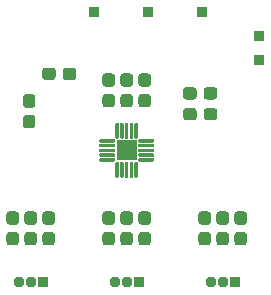
<source format=gbr>
%TF.GenerationSoftware,KiCad,Pcbnew,5.1.6+dfsg1-1~bpo10+1*%
%TF.CreationDate,2020-10-18T13:18:18-04:00*%
%TF.ProjectId,QAZ_rgb_led_breakoutboard,51415a5f-7267-4625-9f6c-65645f627265,v1.0*%
%TF.SameCoordinates,Original*%
%TF.FileFunction,Soldermask,Top*%
%TF.FilePolarity,Negative*%
%FSLAX46Y46*%
G04 Gerber Fmt 4.6, Leading zero omitted, Abs format (unit mm)*
G04 Created by KiCad (PCBNEW 5.1.6+dfsg1-1~bpo10+1) date 2020-10-18 13:18:18*
%MOMM*%
%LPD*%
G01*
G04 APERTURE LIST*
%ADD10O,0.951600X0.951600*%
%ADD11R,0.951600X0.951600*%
%ADD12R,1.751600X1.751600*%
G04 APERTURE END LIST*
%TO.C,SB13*%
G36*
G01*
X146549100Y-90723200D02*
X147074900Y-90723200D01*
G75*
G02*
X147337800Y-90986100I0J-262900D01*
G01*
X147337800Y-91611900D01*
G75*
G02*
X147074900Y-91874800I-262900J0D01*
G01*
X146549100Y-91874800D01*
G75*
G02*
X146286200Y-91611900I0J262900D01*
G01*
X146286200Y-90986100D01*
G75*
G02*
X146549100Y-90723200I262900J0D01*
G01*
G37*
G36*
G01*
X146549100Y-88973200D02*
X147074900Y-88973200D01*
G75*
G02*
X147337800Y-89236100I0J-262900D01*
G01*
X147337800Y-89861900D01*
G75*
G02*
X147074900Y-90124800I-262900J0D01*
G01*
X146549100Y-90124800D01*
G75*
G02*
X146286200Y-89861900I0J262900D01*
G01*
X146286200Y-89236100D01*
G75*
G02*
X146549100Y-88973200I262900J0D01*
G01*
G37*
%TD*%
%TO.C,SB12*%
G36*
G01*
X145025100Y-90723200D02*
X145550900Y-90723200D01*
G75*
G02*
X145813800Y-90986100I0J-262900D01*
G01*
X145813800Y-91611900D01*
G75*
G02*
X145550900Y-91874800I-262900J0D01*
G01*
X145025100Y-91874800D01*
G75*
G02*
X144762200Y-91611900I0J262900D01*
G01*
X144762200Y-90986100D01*
G75*
G02*
X145025100Y-90723200I262900J0D01*
G01*
G37*
G36*
G01*
X145025100Y-88973200D02*
X145550900Y-88973200D01*
G75*
G02*
X145813800Y-89236100I0J-262900D01*
G01*
X145813800Y-89861900D01*
G75*
G02*
X145550900Y-90124800I-262900J0D01*
G01*
X145025100Y-90124800D01*
G75*
G02*
X144762200Y-89861900I0J262900D01*
G01*
X144762200Y-89236100D01*
G75*
G02*
X145025100Y-88973200I262900J0D01*
G01*
G37*
%TD*%
%TO.C,SB11*%
G36*
G01*
X143501100Y-90723200D02*
X144026900Y-90723200D01*
G75*
G02*
X144289800Y-90986100I0J-262900D01*
G01*
X144289800Y-91611900D01*
G75*
G02*
X144026900Y-91874800I-262900J0D01*
G01*
X143501100Y-91874800D01*
G75*
G02*
X143238200Y-91611900I0J262900D01*
G01*
X143238200Y-90986100D01*
G75*
G02*
X143501100Y-90723200I262900J0D01*
G01*
G37*
G36*
G01*
X143501100Y-88973200D02*
X144026900Y-88973200D01*
G75*
G02*
X144289800Y-89236100I0J-262900D01*
G01*
X144289800Y-89861900D01*
G75*
G02*
X144026900Y-90124800I-262900J0D01*
G01*
X143501100Y-90124800D01*
G75*
G02*
X143238200Y-89861900I0J262900D01*
G01*
X143238200Y-89236100D01*
G75*
G02*
X143501100Y-88973200I262900J0D01*
G01*
G37*
%TD*%
%TO.C,SB10*%
G36*
G01*
X138421100Y-90723200D02*
X138946900Y-90723200D01*
G75*
G02*
X139209800Y-90986100I0J-262900D01*
G01*
X139209800Y-91611900D01*
G75*
G02*
X138946900Y-91874800I-262900J0D01*
G01*
X138421100Y-91874800D01*
G75*
G02*
X138158200Y-91611900I0J262900D01*
G01*
X138158200Y-90986100D01*
G75*
G02*
X138421100Y-90723200I262900J0D01*
G01*
G37*
G36*
G01*
X138421100Y-88973200D02*
X138946900Y-88973200D01*
G75*
G02*
X139209800Y-89236100I0J-262900D01*
G01*
X139209800Y-89861900D01*
G75*
G02*
X138946900Y-90124800I-262900J0D01*
G01*
X138421100Y-90124800D01*
G75*
G02*
X138158200Y-89861900I0J262900D01*
G01*
X138158200Y-89236100D01*
G75*
G02*
X138421100Y-88973200I262900J0D01*
G01*
G37*
%TD*%
%TO.C,SB9*%
G36*
G01*
X136897100Y-88973200D02*
X137422900Y-88973200D01*
G75*
G02*
X137685800Y-89236100I0J-262900D01*
G01*
X137685800Y-89861900D01*
G75*
G02*
X137422900Y-90124800I-262900J0D01*
G01*
X136897100Y-90124800D01*
G75*
G02*
X136634200Y-89861900I0J262900D01*
G01*
X136634200Y-89236100D01*
G75*
G02*
X136897100Y-88973200I262900J0D01*
G01*
G37*
G36*
G01*
X136897100Y-90723200D02*
X137422900Y-90723200D01*
G75*
G02*
X137685800Y-90986100I0J-262900D01*
G01*
X137685800Y-91611900D01*
G75*
G02*
X137422900Y-91874800I-262900J0D01*
G01*
X136897100Y-91874800D01*
G75*
G02*
X136634200Y-91611900I0J262900D01*
G01*
X136634200Y-90986100D01*
G75*
G02*
X136897100Y-90723200I262900J0D01*
G01*
G37*
%TD*%
%TO.C,SB8*%
G36*
G01*
X135373100Y-90723200D02*
X135898900Y-90723200D01*
G75*
G02*
X136161800Y-90986100I0J-262900D01*
G01*
X136161800Y-91611900D01*
G75*
G02*
X135898900Y-91874800I-262900J0D01*
G01*
X135373100Y-91874800D01*
G75*
G02*
X135110200Y-91611900I0J262900D01*
G01*
X135110200Y-90986100D01*
G75*
G02*
X135373100Y-90723200I262900J0D01*
G01*
G37*
G36*
G01*
X135373100Y-88973200D02*
X135898900Y-88973200D01*
G75*
G02*
X136161800Y-89236100I0J-262900D01*
G01*
X136161800Y-89861900D01*
G75*
G02*
X135898900Y-90124800I-262900J0D01*
G01*
X135373100Y-90124800D01*
G75*
G02*
X135110200Y-89861900I0J262900D01*
G01*
X135110200Y-89236100D01*
G75*
G02*
X135373100Y-88973200I262900J0D01*
G01*
G37*
%TD*%
%TO.C,SB7*%
G36*
G01*
X130293100Y-90723200D02*
X130818900Y-90723200D01*
G75*
G02*
X131081800Y-90986100I0J-262900D01*
G01*
X131081800Y-91611900D01*
G75*
G02*
X130818900Y-91874800I-262900J0D01*
G01*
X130293100Y-91874800D01*
G75*
G02*
X130030200Y-91611900I0J262900D01*
G01*
X130030200Y-90986100D01*
G75*
G02*
X130293100Y-90723200I262900J0D01*
G01*
G37*
G36*
G01*
X130293100Y-88973200D02*
X130818900Y-88973200D01*
G75*
G02*
X131081800Y-89236100I0J-262900D01*
G01*
X131081800Y-89861900D01*
G75*
G02*
X130818900Y-90124800I-262900J0D01*
G01*
X130293100Y-90124800D01*
G75*
G02*
X130030200Y-89861900I0J262900D01*
G01*
X130030200Y-89236100D01*
G75*
G02*
X130293100Y-88973200I262900J0D01*
G01*
G37*
%TD*%
%TO.C,SB6*%
G36*
G01*
X128769100Y-90723200D02*
X129294900Y-90723200D01*
G75*
G02*
X129557800Y-90986100I0J-262900D01*
G01*
X129557800Y-91611900D01*
G75*
G02*
X129294900Y-91874800I-262900J0D01*
G01*
X128769100Y-91874800D01*
G75*
G02*
X128506200Y-91611900I0J262900D01*
G01*
X128506200Y-90986100D01*
G75*
G02*
X128769100Y-90723200I262900J0D01*
G01*
G37*
G36*
G01*
X128769100Y-88973200D02*
X129294900Y-88973200D01*
G75*
G02*
X129557800Y-89236100I0J-262900D01*
G01*
X129557800Y-89861900D01*
G75*
G02*
X129294900Y-90124800I-262900J0D01*
G01*
X128769100Y-90124800D01*
G75*
G02*
X128506200Y-89861900I0J262900D01*
G01*
X128506200Y-89236100D01*
G75*
G02*
X128769100Y-88973200I262900J0D01*
G01*
G37*
%TD*%
%TO.C,SB5*%
G36*
G01*
X127245100Y-90723200D02*
X127770900Y-90723200D01*
G75*
G02*
X128033800Y-90986100I0J-262900D01*
G01*
X128033800Y-91611900D01*
G75*
G02*
X127770900Y-91874800I-262900J0D01*
G01*
X127245100Y-91874800D01*
G75*
G02*
X126982200Y-91611900I0J262900D01*
G01*
X126982200Y-90986100D01*
G75*
G02*
X127245100Y-90723200I262900J0D01*
G01*
G37*
G36*
G01*
X127245100Y-88973200D02*
X127770900Y-88973200D01*
G75*
G02*
X128033800Y-89236100I0J-262900D01*
G01*
X128033800Y-89861900D01*
G75*
G02*
X127770900Y-90124800I-262900J0D01*
G01*
X127245100Y-90124800D01*
G75*
G02*
X126982200Y-89861900I0J262900D01*
G01*
X126982200Y-89236100D01*
G75*
G02*
X127245100Y-88973200I262900J0D01*
G01*
G37*
%TD*%
D10*
%TO.C,J8*%
X144304000Y-94996000D03*
X145304000Y-94996000D03*
D11*
X146304000Y-94996000D03*
%TD*%
D10*
%TO.C,J7*%
X136176000Y-94996000D03*
X137176000Y-94996000D03*
D11*
X138176000Y-94996000D03*
%TD*%
D10*
%TO.C,J6*%
X128048000Y-94996000D03*
X129048000Y-94996000D03*
D11*
X130048000Y-94996000D03*
%TD*%
%TO.C,C1*%
G36*
G01*
X143682200Y-81024900D02*
X143682200Y-80499100D01*
G75*
G02*
X143945100Y-80236200I262900J0D01*
G01*
X144570900Y-80236200D01*
G75*
G02*
X144833800Y-80499100I0J-262900D01*
G01*
X144833800Y-81024900D01*
G75*
G02*
X144570900Y-81287800I-262900J0D01*
G01*
X143945100Y-81287800D01*
G75*
G02*
X143682200Y-81024900I0J262900D01*
G01*
G37*
G36*
G01*
X141932200Y-81024900D02*
X141932200Y-80499100D01*
G75*
G02*
X142195100Y-80236200I262900J0D01*
G01*
X142820900Y-80236200D01*
G75*
G02*
X143083800Y-80499100I0J-262900D01*
G01*
X143083800Y-81024900D01*
G75*
G02*
X142820900Y-81287800I-262900J0D01*
G01*
X142195100Y-81287800D01*
G75*
G02*
X141932200Y-81024900I0J262900D01*
G01*
G37*
%TD*%
%TO.C,C2*%
G36*
G01*
X129167900Y-81968800D02*
X128642100Y-81968800D01*
G75*
G02*
X128379200Y-81705900I0J262900D01*
G01*
X128379200Y-81080100D01*
G75*
G02*
X128642100Y-80817200I262900J0D01*
G01*
X129167900Y-80817200D01*
G75*
G02*
X129430800Y-81080100I0J-262900D01*
G01*
X129430800Y-81705900D01*
G75*
G02*
X129167900Y-81968800I-262900J0D01*
G01*
G37*
G36*
G01*
X129167900Y-80218800D02*
X128642100Y-80218800D01*
G75*
G02*
X128379200Y-79955900I0J262900D01*
G01*
X128379200Y-79330100D01*
G75*
G02*
X128642100Y-79067200I262900J0D01*
G01*
X129167900Y-79067200D01*
G75*
G02*
X129430800Y-79330100I0J-262900D01*
G01*
X129430800Y-79955900D01*
G75*
G02*
X129167900Y-80218800I-262900J0D01*
G01*
G37*
%TD*%
%TO.C,J1*%
X148336000Y-76200000D03*
%TD*%
%TO.C,J2*%
X134366000Y-72136000D03*
%TD*%
%TO.C,J3*%
X138938000Y-72136000D03*
%TD*%
%TO.C,J4*%
X143510000Y-72136000D03*
%TD*%
%TO.C,J5*%
X148336000Y-74168000D03*
%TD*%
%TO.C,R1*%
G36*
G01*
X132895800Y-77080100D02*
X132895800Y-77605900D01*
G75*
G02*
X132632900Y-77868800I-262900J0D01*
G01*
X132007100Y-77868800D01*
G75*
G02*
X131744200Y-77605900I0J262900D01*
G01*
X131744200Y-77080100D01*
G75*
G02*
X132007100Y-76817200I262900J0D01*
G01*
X132632900Y-76817200D01*
G75*
G02*
X132895800Y-77080100I0J-262900D01*
G01*
G37*
G36*
G01*
X131145800Y-77080100D02*
X131145800Y-77605900D01*
G75*
G02*
X130882900Y-77868800I-262900J0D01*
G01*
X130257100Y-77868800D01*
G75*
G02*
X129994200Y-77605900I0J262900D01*
G01*
X129994200Y-77080100D01*
G75*
G02*
X130257100Y-76817200I262900J0D01*
G01*
X130882900Y-76817200D01*
G75*
G02*
X131145800Y-77080100I0J-262900D01*
G01*
G37*
%TD*%
%TO.C,SB1*%
G36*
G01*
X143078800Y-78731100D02*
X143078800Y-79256900D01*
G75*
G02*
X142815900Y-79519800I-262900J0D01*
G01*
X142190100Y-79519800D01*
G75*
G02*
X141927200Y-79256900I0J262900D01*
G01*
X141927200Y-78731100D01*
G75*
G02*
X142190100Y-78468200I262900J0D01*
G01*
X142815900Y-78468200D01*
G75*
G02*
X143078800Y-78731100I0J-262900D01*
G01*
G37*
G36*
G01*
X144828800Y-78731100D02*
X144828800Y-79256900D01*
G75*
G02*
X144565900Y-79519800I-262900J0D01*
G01*
X143940100Y-79519800D01*
G75*
G02*
X143677200Y-79256900I0J262900D01*
G01*
X143677200Y-78731100D01*
G75*
G02*
X143940100Y-78468200I262900J0D01*
G01*
X144565900Y-78468200D01*
G75*
G02*
X144828800Y-78731100I0J-262900D01*
G01*
G37*
%TD*%
%TO.C,SB2*%
G36*
G01*
X135373100Y-77289200D02*
X135898900Y-77289200D01*
G75*
G02*
X136161800Y-77552100I0J-262900D01*
G01*
X136161800Y-78177900D01*
G75*
G02*
X135898900Y-78440800I-262900J0D01*
G01*
X135373100Y-78440800D01*
G75*
G02*
X135110200Y-78177900I0J262900D01*
G01*
X135110200Y-77552100D01*
G75*
G02*
X135373100Y-77289200I262900J0D01*
G01*
G37*
G36*
G01*
X135373100Y-79039200D02*
X135898900Y-79039200D01*
G75*
G02*
X136161800Y-79302100I0J-262900D01*
G01*
X136161800Y-79927900D01*
G75*
G02*
X135898900Y-80190800I-262900J0D01*
G01*
X135373100Y-80190800D01*
G75*
G02*
X135110200Y-79927900I0J262900D01*
G01*
X135110200Y-79302100D01*
G75*
G02*
X135373100Y-79039200I262900J0D01*
G01*
G37*
%TD*%
%TO.C,SB3*%
G36*
G01*
X138421100Y-79039200D02*
X138946900Y-79039200D01*
G75*
G02*
X139209800Y-79302100I0J-262900D01*
G01*
X139209800Y-79927900D01*
G75*
G02*
X138946900Y-80190800I-262900J0D01*
G01*
X138421100Y-80190800D01*
G75*
G02*
X138158200Y-79927900I0J262900D01*
G01*
X138158200Y-79302100D01*
G75*
G02*
X138421100Y-79039200I262900J0D01*
G01*
G37*
G36*
G01*
X138421100Y-77289200D02*
X138946900Y-77289200D01*
G75*
G02*
X139209800Y-77552100I0J-262900D01*
G01*
X139209800Y-78177900D01*
G75*
G02*
X138946900Y-78440800I-262900J0D01*
G01*
X138421100Y-78440800D01*
G75*
G02*
X138158200Y-78177900I0J262900D01*
G01*
X138158200Y-77552100D01*
G75*
G02*
X138421100Y-77289200I262900J0D01*
G01*
G37*
%TD*%
%TO.C,SB4*%
G36*
G01*
X136897100Y-77289200D02*
X137422900Y-77289200D01*
G75*
G02*
X137685800Y-77552100I0J-262900D01*
G01*
X137685800Y-78177900D01*
G75*
G02*
X137422900Y-78440800I-262900J0D01*
G01*
X136897100Y-78440800D01*
G75*
G02*
X136634200Y-78177900I0J262900D01*
G01*
X136634200Y-77552100D01*
G75*
G02*
X136897100Y-77289200I262900J0D01*
G01*
G37*
G36*
G01*
X136897100Y-79039200D02*
X137422900Y-79039200D01*
G75*
G02*
X137685800Y-79302100I0J-262900D01*
G01*
X137685800Y-79927900D01*
G75*
G02*
X137422900Y-80190800I-262900J0D01*
G01*
X136897100Y-80190800D01*
G75*
G02*
X136634200Y-79927900I0J262900D01*
G01*
X136634200Y-79302100D01*
G75*
G02*
X136897100Y-79039200I262900J0D01*
G01*
G37*
%TD*%
%TO.C,U1*%
G36*
G01*
X138134200Y-83495400D02*
X138134200Y-83344600D01*
G75*
G02*
X138209600Y-83269200I75400J0D01*
G01*
X139410400Y-83269200D01*
G75*
G02*
X139485800Y-83344600I0J-75400D01*
G01*
X139485800Y-83495400D01*
G75*
G02*
X139410400Y-83570800I-75400J0D01*
G01*
X138209600Y-83570800D01*
G75*
G02*
X138134200Y-83495400I0J75400D01*
G01*
G37*
G36*
G01*
X136209200Y-86070400D02*
X136209200Y-84869600D01*
G75*
G02*
X136284600Y-84794200I75400J0D01*
G01*
X136435400Y-84794200D01*
G75*
G02*
X136510800Y-84869600I0J-75400D01*
G01*
X136510800Y-86070400D01*
G75*
G02*
X136435400Y-86145800I-75400J0D01*
G01*
X136284600Y-86145800D01*
G75*
G02*
X136209200Y-86070400I0J75400D01*
G01*
G37*
G36*
G01*
X137009200Y-82770400D02*
X137009200Y-81569600D01*
G75*
G02*
X137084600Y-81494200I75400J0D01*
G01*
X137235400Y-81494200D01*
G75*
G02*
X137310800Y-81569600I0J-75400D01*
G01*
X137310800Y-82770400D01*
G75*
G02*
X137235400Y-82845800I-75400J0D01*
G01*
X137084600Y-82845800D01*
G75*
G02*
X137009200Y-82770400I0J75400D01*
G01*
G37*
G36*
G01*
X138134200Y-84695400D02*
X138134200Y-84544600D01*
G75*
G02*
X138209600Y-84469200I75400J0D01*
G01*
X139410400Y-84469200D01*
G75*
G02*
X139485800Y-84544600I0J-75400D01*
G01*
X139485800Y-84695400D01*
G75*
G02*
X139410400Y-84770800I-75400J0D01*
G01*
X138209600Y-84770800D01*
G75*
G02*
X138134200Y-84695400I0J75400D01*
G01*
G37*
G36*
G01*
X134834200Y-84695400D02*
X134834200Y-84544600D01*
G75*
G02*
X134909600Y-84469200I75400J0D01*
G01*
X136110400Y-84469200D01*
G75*
G02*
X136185800Y-84544600I0J-75400D01*
G01*
X136185800Y-84695400D01*
G75*
G02*
X136110400Y-84770800I-75400J0D01*
G01*
X134909600Y-84770800D01*
G75*
G02*
X134834200Y-84695400I0J75400D01*
G01*
G37*
G36*
G01*
X138134200Y-83895400D02*
X138134200Y-83744600D01*
G75*
G02*
X138209600Y-83669200I75400J0D01*
G01*
X139410400Y-83669200D01*
G75*
G02*
X139485800Y-83744600I0J-75400D01*
G01*
X139485800Y-83895400D01*
G75*
G02*
X139410400Y-83970800I-75400J0D01*
G01*
X138209600Y-83970800D01*
G75*
G02*
X138134200Y-83895400I0J75400D01*
G01*
G37*
G36*
G01*
X137809200Y-82770400D02*
X137809200Y-81569600D01*
G75*
G02*
X137884600Y-81494200I75400J0D01*
G01*
X138035400Y-81494200D01*
G75*
G02*
X138110800Y-81569600I0J-75400D01*
G01*
X138110800Y-82770400D01*
G75*
G02*
X138035400Y-82845800I-75400J0D01*
G01*
X137884600Y-82845800D01*
G75*
G02*
X137809200Y-82770400I0J75400D01*
G01*
G37*
G36*
G01*
X136609200Y-82770400D02*
X136609200Y-81569600D01*
G75*
G02*
X136684600Y-81494200I75400J0D01*
G01*
X136835400Y-81494200D01*
G75*
G02*
X136910800Y-81569600I0J-75400D01*
G01*
X136910800Y-82770400D01*
G75*
G02*
X136835400Y-82845800I-75400J0D01*
G01*
X136684600Y-82845800D01*
G75*
G02*
X136609200Y-82770400I0J75400D01*
G01*
G37*
G36*
G01*
X137809200Y-86070400D02*
X137809200Y-84869600D01*
G75*
G02*
X137884600Y-84794200I75400J0D01*
G01*
X138035400Y-84794200D01*
G75*
G02*
X138110800Y-84869600I0J-75400D01*
G01*
X138110800Y-86070400D01*
G75*
G02*
X138035400Y-86145800I-75400J0D01*
G01*
X137884600Y-86145800D01*
G75*
G02*
X137809200Y-86070400I0J75400D01*
G01*
G37*
G36*
G01*
X138134200Y-83095400D02*
X138134200Y-82944600D01*
G75*
G02*
X138209600Y-82869200I75400J0D01*
G01*
X139410400Y-82869200D01*
G75*
G02*
X139485800Y-82944600I0J-75400D01*
G01*
X139485800Y-83095400D01*
G75*
G02*
X139410400Y-83170800I-75400J0D01*
G01*
X138209600Y-83170800D01*
G75*
G02*
X138134200Y-83095400I0J75400D01*
G01*
G37*
G36*
G01*
X137009200Y-86070400D02*
X137009200Y-84869600D01*
G75*
G02*
X137084600Y-84794200I75400J0D01*
G01*
X137235400Y-84794200D01*
G75*
G02*
X137310800Y-84869600I0J-75400D01*
G01*
X137310800Y-86070400D01*
G75*
G02*
X137235400Y-86145800I-75400J0D01*
G01*
X137084600Y-86145800D01*
G75*
G02*
X137009200Y-86070400I0J75400D01*
G01*
G37*
G36*
G01*
X134834200Y-84295400D02*
X134834200Y-84144600D01*
G75*
G02*
X134909600Y-84069200I75400J0D01*
G01*
X136110400Y-84069200D01*
G75*
G02*
X136185800Y-84144600I0J-75400D01*
G01*
X136185800Y-84295400D01*
G75*
G02*
X136110400Y-84370800I-75400J0D01*
G01*
X134909600Y-84370800D01*
G75*
G02*
X134834200Y-84295400I0J75400D01*
G01*
G37*
G36*
G01*
X137409200Y-82770400D02*
X137409200Y-81569600D01*
G75*
G02*
X137484600Y-81494200I75400J0D01*
G01*
X137635400Y-81494200D01*
G75*
G02*
X137710800Y-81569600I0J-75400D01*
G01*
X137710800Y-82770400D01*
G75*
G02*
X137635400Y-82845800I-75400J0D01*
G01*
X137484600Y-82845800D01*
G75*
G02*
X137409200Y-82770400I0J75400D01*
G01*
G37*
G36*
G01*
X136209200Y-82770400D02*
X136209200Y-81569600D01*
G75*
G02*
X136284600Y-81494200I75400J0D01*
G01*
X136435400Y-81494200D01*
G75*
G02*
X136510800Y-81569600I0J-75400D01*
G01*
X136510800Y-82770400D01*
G75*
G02*
X136435400Y-82845800I-75400J0D01*
G01*
X136284600Y-82845800D01*
G75*
G02*
X136209200Y-82770400I0J75400D01*
G01*
G37*
G36*
G01*
X137409200Y-86070400D02*
X137409200Y-84869600D01*
G75*
G02*
X137484600Y-84794200I75400J0D01*
G01*
X137635400Y-84794200D01*
G75*
G02*
X137710800Y-84869600I0J-75400D01*
G01*
X137710800Y-86070400D01*
G75*
G02*
X137635400Y-86145800I-75400J0D01*
G01*
X137484600Y-86145800D01*
G75*
G02*
X137409200Y-86070400I0J75400D01*
G01*
G37*
G36*
G01*
X138134200Y-84295400D02*
X138134200Y-84144600D01*
G75*
G02*
X138209600Y-84069200I75400J0D01*
G01*
X139410400Y-84069200D01*
G75*
G02*
X139485800Y-84144600I0J-75400D01*
G01*
X139485800Y-84295400D01*
G75*
G02*
X139410400Y-84370800I-75400J0D01*
G01*
X138209600Y-84370800D01*
G75*
G02*
X138134200Y-84295400I0J75400D01*
G01*
G37*
G36*
G01*
X136609200Y-86070400D02*
X136609200Y-84869600D01*
G75*
G02*
X136684600Y-84794200I75400J0D01*
G01*
X136835400Y-84794200D01*
G75*
G02*
X136910800Y-84869600I0J-75400D01*
G01*
X136910800Y-86070400D01*
G75*
G02*
X136835400Y-86145800I-75400J0D01*
G01*
X136684600Y-86145800D01*
G75*
G02*
X136609200Y-86070400I0J75400D01*
G01*
G37*
G36*
G01*
X134834200Y-83895400D02*
X134834200Y-83744600D01*
G75*
G02*
X134909600Y-83669200I75400J0D01*
G01*
X136110400Y-83669200D01*
G75*
G02*
X136185800Y-83744600I0J-75400D01*
G01*
X136185800Y-83895400D01*
G75*
G02*
X136110400Y-83970800I-75400J0D01*
G01*
X134909600Y-83970800D01*
G75*
G02*
X134834200Y-83895400I0J75400D01*
G01*
G37*
G36*
G01*
X134834200Y-83095400D02*
X134834200Y-82944600D01*
G75*
G02*
X134909600Y-82869200I75400J0D01*
G01*
X136110400Y-82869200D01*
G75*
G02*
X136185800Y-82944600I0J-75400D01*
G01*
X136185800Y-83095400D01*
G75*
G02*
X136110400Y-83170800I-75400J0D01*
G01*
X134909600Y-83170800D01*
G75*
G02*
X134834200Y-83095400I0J75400D01*
G01*
G37*
G36*
G01*
X134834200Y-83495400D02*
X134834200Y-83344600D01*
G75*
G02*
X134909600Y-83269200I75400J0D01*
G01*
X136110400Y-83269200D01*
G75*
G02*
X136185800Y-83344600I0J-75400D01*
G01*
X136185800Y-83495400D01*
G75*
G02*
X136110400Y-83570800I-75400J0D01*
G01*
X134909600Y-83570800D01*
G75*
G02*
X134834200Y-83495400I0J75400D01*
G01*
G37*
D12*
X137160000Y-83820000D03*
%TD*%
M02*

</source>
